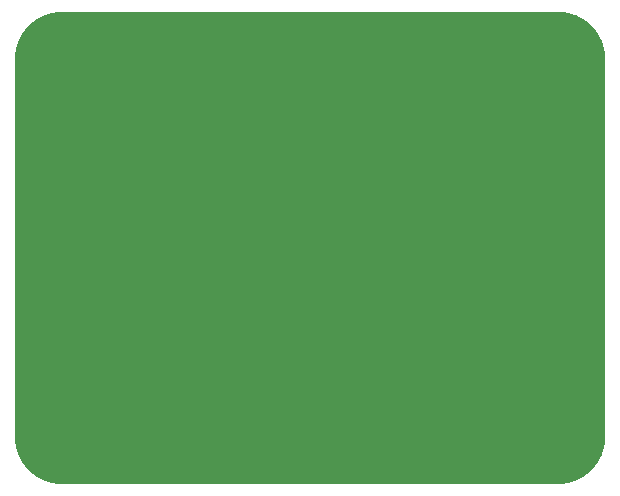
<source format=gbr>
G04 DipTrace 3.1.0.1*
G04 tas5806mROUTE.Board.gbr*
%MOIN*%
G04 #@! TF.FileFunction,Drawing,Board polygon*
G04 #@! TF.Part,Single*
%FSLAX26Y26*%
G04*
G70*
G90*
G75*
G01*
G04 BoardPoly*
%LPD*%
G36*
X551496Y394016D2*
X2205039D1*
G03X2362520Y551496I1J157479D01*
G01*
Y1811339D1*
G03X2205039Y1968819I-157479J1D01*
G01*
X551496D1*
G03X394016Y1811339I-1J-157479D01*
G01*
Y551496D1*
G03X551496Y394016I157479J-1D01*
G01*
G37*
M02*

</source>
